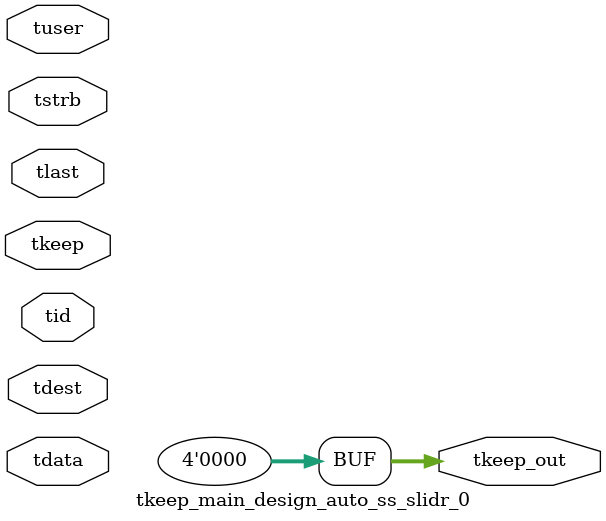
<source format=v>


`timescale 1ps/1ps

module tkeep_main_design_auto_ss_slidr_0 #
(
parameter C_S_AXIS_TDATA_WIDTH = 32,
parameter C_S_AXIS_TUSER_WIDTH = 0,
parameter C_S_AXIS_TID_WIDTH   = 0,
parameter C_S_AXIS_TDEST_WIDTH = 0,
parameter C_M_AXIS_TDATA_WIDTH = 32
)
(
input  [(C_S_AXIS_TDATA_WIDTH == 0 ? 1 : C_S_AXIS_TDATA_WIDTH)-1:0     ] tdata,
input  [(C_S_AXIS_TUSER_WIDTH == 0 ? 1 : C_S_AXIS_TUSER_WIDTH)-1:0     ] tuser,
input  [(C_S_AXIS_TID_WIDTH   == 0 ? 1 : C_S_AXIS_TID_WIDTH)-1:0       ] tid,
input  [(C_S_AXIS_TDEST_WIDTH == 0 ? 1 : C_S_AXIS_TDEST_WIDTH)-1:0     ] tdest,
input  [(C_S_AXIS_TDATA_WIDTH/8)-1:0 ] tkeep,
input  [(C_S_AXIS_TDATA_WIDTH/8)-1:0 ] tstrb,
input                                                                    tlast,
output [(C_M_AXIS_TDATA_WIDTH/8)-1:0 ] tkeep_out
);

assign tkeep_out = {1'b0};

endmodule


</source>
